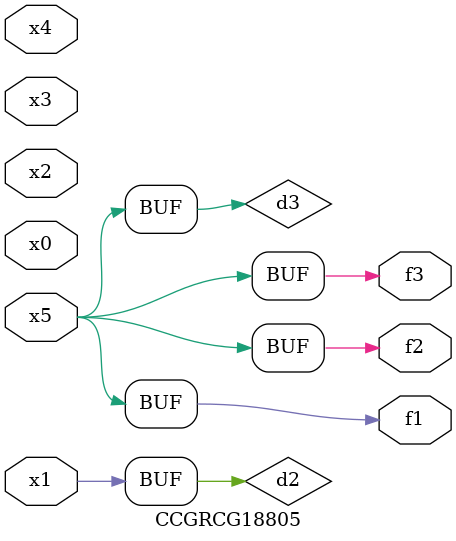
<source format=v>
module CCGRCG18805(
	input x0, x1, x2, x3, x4, x5,
	output f1, f2, f3
);

	wire d1, d2, d3;

	not (d1, x5);
	or (d2, x1);
	xnor (d3, d1);
	assign f1 = d3;
	assign f2 = d3;
	assign f3 = d3;
endmodule

</source>
